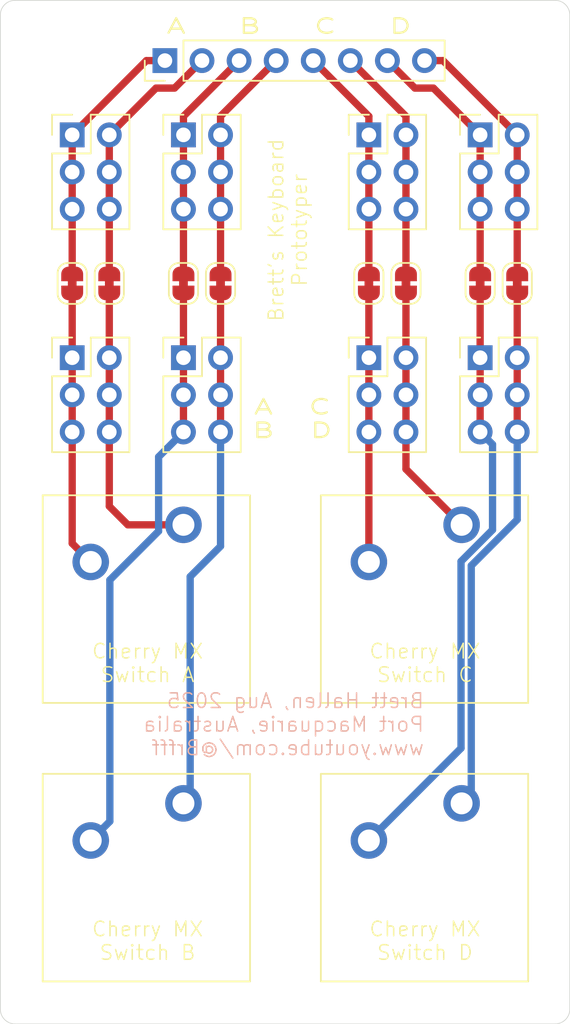
<source format=kicad_pcb>
(kicad_pcb (version 20241229) (generator "pcbnew") (generator_version "9.0")
  (title_block (title "Keyboard Prototyping Board") (date "6/Aug/2025") (rev "A") (company "Brett Hallen") (comment 1 "www.youtube.com/@Brfff"))
  (layers (0 "F.Cu" signal) (2 "B.Cu" signal) (13 "F.Paste" user) (15 "B.Paste" user) (5 "F.SilkS" user "F.Silkscreen") (7 "B.SilkS" user "B.Silkscreen") (1 "F.Mask" user) (3 "B.Mask" user) (25 "Edge.Cuts" user))
  (net 0 "")
  (net 1 "A1")
  (net 2 "Net-(J3-Pin_1)")
  (net 3 "A2")
  (net 4 "D2")
  (net 5 "C2")
  (net 6 "D1")
  (net 7 "C1")
  (net 8 "B1")
  (net 9 "B2")
  (net 10 "Net-(J18-Pin_2)")
  (net 11 "Net-(J18-Pin_1)")
  (net 12 "Net-(J3-Pin_2)")
  (net 13 "Net-(J6-Pin_1)")
  (net 14 "Net-(J6-Pin_2)")
  (net 15 "Net-(J8-Pin_2)")
  (net 16 "Net-(J8-Pin_1)")
  (footprint "Jumper:SolderJumper-2_P1.3mm_Bridged_RoundedPad1.0x1.5mm" (layer "F.Cu") (at 60.87 53.2 90)
    (property "Reference" "JP4" (hide yes))
    (property "Value" "SolderJumper_2_Open" (hide yes))
    (fp_poly (pts (xy 0.25 -0.3) (xy -0.25 -0.3) (xy -0.25 0.3) (xy 0.25 0.3)) (fill yes) (layer "F.Cu"))
    (fp_line (start -0.7 -1) (end 0.7 -1) (stroke (width 0.12)) (layer "F.SilkS"))
    (fp_line (start 1.4 -0.3) (end 1.4 0.3) (stroke (width 0.12)) (layer "F.SilkS"))
    (fp_line (start -1.4 0.3) (end -1.4 -0.3) (stroke (width 0.12)) (layer "F.SilkS"))
    (fp_line (start 0.7 1) (end -0.7 1) (stroke (width 0.12)) (layer "F.SilkS"))
    (fp_arc (start 0.7 -1) (mid 1.194975 -0.794975) (end 1.4 -0.3) (stroke (width 0.12)) (layer "F.SilkS"))
    (fp_arc (start -1.4 -0.3) (mid -1.194975 -0.794975) (end -0.7 -1) (stroke (width 0.12)) (layer "F.SilkS"))
    (fp_arc (start 1.4 0.3) (mid 1.194975 0.794975) (end 0.7 1) (stroke (width 0.12)) (layer "F.SilkS"))
    (fp_arc (start -0.7 1) (mid -1.194975 0.794975) (end -1.4 0.3) (stroke (width 0.12)) (layer "F.SilkS"))
    (pad "1" smd custom (at -0.65 0 90) (size 1 0.5) (layers "F.Cu" "F.Mask") (net 12 "Net-(J3-Pin_2)") (options (clearance outline) (anchor rect)) (primitives (gr_circle (center 0 0.25) (end 0.5 0.25) (width 0) (fill yes)) (gr_circle (center 0 -0.25) (end 0.5 -0.25) (width 0) (fill yes)) (gr_poly (pts (xy 0.5 0.75) (xy 0 0.75) (xy 0 -0.75) (xy 0.5 -0.75)) (width 0) (fill yes))))
    (pad "2" smd custom (at 0.65 0 90) (size 1 0.5) (layers "F.Cu" "F.Mask") (net 5 "C2") (options (clearance outline) (anchor rect)) (primitives (gr_circle (center 0 0.25) (end 0.5 0.25) (width 0) (fill yes)) (gr_circle (center 0 -0.25) (end 0.5 -0.25) (width 0) (fill yes)) (gr_poly (pts (xy 0 0.75) (xy -0.5 0.75) (xy -0.5 -0.75) (xy 0 -0.75)) (width 0) (fill yes))))
  )
  (footprint "Jumper:SolderJumper-2_P1.3mm_Bridged_RoundedPad1.0x1.5mm" (layer "F.Cu") (at 65.95 53.2 90)
    (property "Reference" "JP7" (hide yes))
    (property "Value" "SolderJumper_2_Open" (hide yes))
    (fp_poly (pts (xy 0.25 -0.3) (xy -0.25 -0.3) (xy -0.25 0.3) (xy 0.25 0.3)) (fill yes) (layer "F.Cu"))
    (fp_line (start -0.7 -1) (end 0.7 -1) (stroke (width 0.12)) (layer "F.SilkS"))
    (fp_line (start 1.4 -0.3) (end 1.4 0.3) (stroke (width 0.12)) (layer "F.SilkS"))
    (fp_line (start -1.4 0.3) (end -1.4 -0.3) (stroke (width 0.12)) (layer "F.SilkS"))
    (fp_line (start 0.7 1) (end -0.7 1) (stroke (width 0.12)) (layer "F.SilkS"))
    (fp_arc (start 0.7 -1) (mid 1.194975 -0.794975) (end 1.4 -0.3) (stroke (width 0.12)) (layer "F.SilkS"))
    (fp_arc (start -1.4 -0.3) (mid -1.194975 -0.794975) (end -0.7 -1) (stroke (width 0.12)) (layer "F.SilkS"))
    (fp_arc (start 1.4 0.3) (mid 1.194975 0.794975) (end 0.7 1) (stroke (width 0.12)) (layer "F.SilkS"))
    (fp_arc (start -0.7 1) (mid -1.194975 0.794975) (end -1.4 0.3) (stroke (width 0.12)) (layer "F.SilkS"))
    (pad "1" smd custom (at -0.65 0 90) (size 1 0.5) (layers "F.Cu" "F.Mask") (net 16 "Net-(J8-Pin_1)") (options (clearance outline) (anchor rect)) (primitives (gr_circle (center 0 0.25) (end 0.5 0.25) (width 0) (fill yes)) (gr_circle (center 0 -0.25) (end 0.5 -0.25) (width 0) (fill yes)) (gr_poly (pts (xy 0.5 0.75) (xy 0 0.75) (xy 0 -0.75) (xy 0.5 -0.75)) (width 0) (fill yes))))
    (pad "2" smd custom (at 0.65 0 90) (size 1 0.5) (layers "F.Cu" "F.Mask") (net 6 "D1") (options (clearance outline) (anchor rect)) (primitives (gr_circle (center 0 0.25) (end 0.5 0.25) (width 0) (fill yes)) (gr_circle (center 0 -0.25) (end 0.5 -0.25) (width 0) (fill yes)) (gr_poly (pts (xy 0 0.75) (xy -0.5 0.75) (xy -0.5 -0.75) (xy 0 -0.75)) (width 0) (fill yes))))
  )
  (footprint "Jumper:SolderJumper-2_P1.3mm_Bridged_RoundedPad1.0x1.5mm" (layer "F.Cu") (at 68.49 53.2 90)
    (property "Reference" "JP8" (hide yes))
    (property "Value" "SolderJumper_2_Open" (hide yes))
    (fp_poly (pts (xy 0.25 -0.3) (xy -0.25 -0.3) (xy -0.25 0.3) (xy 0.25 0.3)) (fill yes) (layer "F.Cu"))
    (fp_line (start -0.7 -1) (end 0.7 -1) (stroke (width 0.12)) (layer "F.SilkS"))
    (fp_line (start 1.4 -0.3) (end 1.4 0.3) (stroke (width 0.12)) (layer "F.SilkS"))
    (fp_line (start -1.4 0.3) (end -1.4 -0.3) (stroke (width 0.12)) (layer "F.SilkS"))
    (fp_line (start 0.7 1) (end -0.7 1) (stroke (width 0.12)) (layer "F.SilkS"))
    (fp_arc (start 0.7 -1) (mid 1.194975 -0.794975) (end 1.4 -0.3) (stroke (width 0.12)) (layer "F.SilkS"))
    (fp_arc (start -1.4 -0.3) (mid -1.194975 -0.794975) (end -0.7 -1) (stroke (width 0.12)) (layer "F.SilkS"))
    (fp_arc (start 1.4 0.3) (mid 1.194975 0.794975) (end 0.7 1) (stroke (width 0.12)) (layer "F.SilkS"))
    (fp_arc (start -0.7 1) (mid -1.194975 0.794975) (end -1.4 0.3) (stroke (width 0.12)) (layer "F.SilkS"))
    (pad "1" smd custom (at -0.65 0 90) (size 1 0.5) (layers "F.Cu" "F.Mask") (net 15 "Net-(J8-Pin_2)") (options (clearance outline) (anchor rect)) (primitives (gr_circle (center 0 0.25) (end 0.5 0.25) (width 0) (fill yes)) (gr_circle (center 0 -0.25) (end 0.5 -0.25) (width 0) (fill yes)) (gr_poly (pts (xy 0.5 0.75) (xy 0 0.75) (xy 0 -0.75) (xy 0.5 -0.75)) (width 0) (fill yes))))
    (pad "2" smd custom (at 0.65 0 90) (size 1 0.5) (layers "F.Cu" "F.Mask") (net 4 "D2") (options (clearance outline) (anchor rect)) (primitives (gr_circle (center 0 0.25) (end 0.5 0.25) (width 0) (fill yes)) (gr_circle (center 0 -0.25) (end 0.5 -0.25) (width 0) (fill yes)) (gr_poly (pts (xy 0 0.75) (xy -0.5 0.75) (xy -0.5 -0.75) (xy 0 -0.75)) (width 0) (fill yes))))
  )
  (footprint "PCM_Switch_Keyboard_Cherry_MX:SW_Cherry_MX_PCB_1.00u" (layer "F.Cu") (at 62.14 74.79)
    (property "Reference" "SW2" (hide yes))
    (property "Value" "C" (hide yes))
    (fp_line (start -7.1 -7.1) (end -7.1 7.1) (stroke (width 0.12)) (layer "F.SilkS"))
    (fp_line (start -7.1 7.1) (end 7.1 7.1) (stroke (width 0.12)) (layer "F.SilkS"))
    (fp_line (start 7.1 -7.1) (end -7.1 -7.1) (stroke (width 0.12)) (layer "F.SilkS"))
    (fp_line (start 7.1 7.1) (end 7.1 -7.1) (stroke (width 0.12)) (layer "F.SilkS"))
    (pad "" np_thru_hole circle (at -5.08 0) (size 1.75 1.75) (drill 1.75) (layers "*.Cu" "*.Mask"))
    (pad "" np_thru_hole circle (at 0 0) (size 4 4) (drill 4) (layers "*.Cu" "*.Mask"))
    (pad "" np_thru_hole circle (at 5.08 0) (size 1.75 1.75) (drill 1.75) (layers "*.Cu" "*.Mask"))
    (pad "1" thru_hole circle (at -3.81 -2.54) (size 2.5 2.5) (drill 1.5) (layers "*.Cu" "*.Mask") (net 2 "Net-(J3-Pin_1)"))
    (pad "2" thru_hole circle (at 2.54 -5.08) (size 2.5 2.5) (drill 1.5) (layers "*.Cu" "*.Mask") (net 12 "Net-(J3-Pin_2)"))
  )
  (footprint "PCM_Switch_Keyboard_Cherry_MX:SW_Cherry_MX_PCB_1.00u" (layer "F.Cu") (at 62.14 93.84)
    (property "Reference" "SW4" (hide yes))
    (property "Value" "D" (hide yes))
    (fp_line (start -7.1 -7.1) (end -7.1 7.1) (stroke (width 0.12)) (layer "F.SilkS"))
    (fp_line (start -7.1 7.1) (end 7.1 7.1) (stroke (width 0.12)) (layer "F.SilkS"))
    (fp_line (start 7.1 -7.1) (end -7.1 -7.1) (stroke (width 0.12)) (layer "F.SilkS"))
    (fp_line (start 7.1 7.1) (end 7.1 -7.1) (stroke (width 0.12)) (layer "F.SilkS"))
    (pad "" np_thru_hole circle (at -5.08 0) (size 1.75 1.75) (drill 1.75) (layers "*.Cu" "*.Mask"))
    (pad "" np_thru_hole circle (at 0 0) (size 4 4) (drill 4) (layers "*.Cu" "*.Mask"))
    (pad "" np_thru_hole circle (at 5.08 0) (size 1.75 1.75) (drill 1.75) (layers "*.Cu" "*.Mask"))
    (pad "1" thru_hole circle (at -3.81 -2.54) (size 2.5 2.5) (drill 1.5) (layers "*.Cu" "*.Mask") (net 16 "Net-(J8-Pin_1)"))
    (pad "2" thru_hole circle (at 2.54 -5.08) (size 2.5 2.5) (drill 1.5) (layers "*.Cu" "*.Mask") (net 15 "Net-(J8-Pin_2)"))
  )
  (footprint "Connector_PinHeader_2.54mm:PinHeader_2x03_P2.54mm_Vertical" (layer "F.Cu") (at 65.95 43.04)
    (property "Reference" "J7" (hide yes))
    (property "Value" "Conn_02x03_Odd_Even" (hide yes))
    (fp_line (start -1.38 -1.38) (end 0 -1.38) (stroke (width 0.12)) (layer "F.SilkS"))
    (fp_line (start -1.38 0) (end -1.38 -1.38) (stroke (width 0.12)) (layer "F.SilkS"))
    (fp_line (start -1.38 1.27) (end -1.38 6.46) (stroke (width 0.12)) (layer "F.SilkS"))
    (fp_line (start -1.38 1.27) (end 1.27 1.27) (stroke (width 0.12)) (layer "F.SilkS"))
    (fp_line (start -1.38 6.46) (end 3.92 6.46) (stroke (width 0.12)) (layer "F.SilkS"))
    (fp_line (start 1.27 -1.38) (end 3.92 -1.38) (stroke (width 0.12)) (layer "F.SilkS"))
    (fp_line (start 1.27 1.27) (end 1.27 -1.38) (stroke (width 0.12)) (layer "F.SilkS"))
    (fp_line (start 3.92 -1.38) (end 3.92 6.46) (stroke (width 0.12)) (layer "F.SilkS"))
    (pad "1" thru_hole rect (at 0 0) (size 1.7 1.7) (drill 1) (layers "*.Cu" "*.Mask") (net 6 "D1"))
    (pad "2" thru_hole circle (at 2.54 0) (size 1.7 1.7) (drill 1) (layers "*.Cu" "*.Mask") (net 4 "D2"))
    (pad "3" thru_hole circle (at 0 2.54) (size 1.7 1.7) (drill 1) (layers "*.Cu" "*.Mask") (net 6 "D1"))
    (pad "4" thru_hole circle (at 2.54 2.54) (size 1.7 1.7) (drill 1) (layers "*.Cu" "*.Mask") (net 4 "D2"))
    (pad "5" thru_hole circle (at 0 5.08) (size 1.7 1.7) (drill 1) (layers "*.Cu" "*.Mask") (net 6 "D1"))
    (pad "6" thru_hole circle (at 2.54 5.08) (size 1.7 1.7) (drill 1) (layers "*.Cu" "*.Mask") (net 4 "D2"))
  )
  (footprint "Jumper:SolderJumper-2_P1.3mm_Bridged_RoundedPad1.0x1.5mm" (layer "F.Cu") (at 45.63 53.2 90)
    (property "Reference" "JP5" (hide yes))
    (property "Value" "SolderJumper_2_Open" (hide yes))
    (fp_poly (pts (xy 0.25 -0.3) (xy -0.25 -0.3) (xy -0.25 0.3) (xy 0.25 0.3)) (fill yes) (layer "F.Cu"))
    (fp_line (start -0.7 -1) (end 0.7 -1) (stroke (width 0.12)) (layer "F.SilkS"))
    (fp_line (start 1.4 -0.3) (end 1.4 0.3) (stroke (width 0.12)) (layer "F.SilkS"))
    (fp_line (start -1.4 0.3) (end -1.4 -0.3) (stroke (width 0.12)) (layer "F.SilkS"))
    (fp_line (start 0.7 1) (end -0.7 1) (stroke (width 0.12)) (layer "F.SilkS"))
    (fp_arc (start 0.7 -1) (mid 1.194975 -0.794975) (end 1.4 -0.3) (stroke (width 0.12)) (layer "F.SilkS"))
    (fp_arc (start -1.4 -0.3) (mid -1.194975 -0.794975) (end -0.7 -1) (stroke (width 0.12)) (layer "F.SilkS"))
    (fp_arc (start 1.4 0.3) (mid 1.194975 0.794975) (end 0.7 1) (stroke (width 0.12)) (layer "F.SilkS"))
    (fp_arc (start -0.7 1) (mid -1.194975 0.794975) (end -1.4 0.3) (stroke (width 0.12)) (layer "F.SilkS"))
    (pad "1" smd custom (at -0.65 0 90) (size 1 0.5) (layers "F.Cu" "F.Mask") (net 13 "Net-(J6-Pin_1)") (options (clearance outline) (anchor rect)) (primitives (gr_circle (center 0 0.25) (end 0.5 0.25) (width 0) (fill yes)) (gr_circle (center 0 -0.25) (end 0.5 -0.25) (width 0) (fill yes)) (gr_poly (pts (xy 0.5 0.75) (xy 0 0.75) (xy 0 -0.75) (xy 0.5 -0.75)) (width 0) (fill yes))))
    (pad "2" smd custom (at 0.65 0 90) (size 1 0.5) (layers "F.Cu" "F.Mask") (net 8 "B1") (options (clearance outline) (anchor rect)) (primitives (gr_circle (center 0 0.25) (end 0.5 0.25) (width 0) (fill yes)) (gr_circle (center 0 -0.25) (end 0.5 -0.25) (width 0) (fill yes)) (gr_poly (pts (xy 0 0.75) (xy -0.5 0.75) (xy -0.5 -0.75) (xy 0 -0.75)) (width 0) (fill yes))))
  )
  (footprint "Connector_PinHeader_2.54mm:PinHeader_2x03_P2.54mm_Vertical" (layer "F.Cu") (at 65.95 58.28)
    (property "Reference" "J8" (hide yes))
    (property "Value" "Conn_02x03_Odd_Even" (hide yes))
    (fp_line (start -1.38 -1.38) (end 0 -1.38) (stroke (width 0.12)) (layer "F.SilkS"))
    (fp_line (start -1.38 0) (end -1.38 -1.38) (stroke (width 0.12)) (layer "F.SilkS"))
    (fp_line (start -1.38 1.27) (end -1.38 6.46) (stroke (width 0.12)) (layer "F.SilkS"))
    (fp_line (start -1.38 1.27) (end 1.27 1.27) (stroke (width 0.12)) (layer "F.SilkS"))
    (fp_line (start -1.38 6.46) (end 3.92 6.46) (stroke (width 0.12)) (layer "F.SilkS"))
    (fp_line (start 1.27 -1.38) (end 3.92 -1.38) (stroke (width 0.12)) (layer "F.SilkS"))
    (fp_line (start 1.27 1.27) (end 1.27 -1.38) (stroke (width 0.12)) (layer "F.SilkS"))
    (fp_line (start 3.92 -1.38) (end 3.92 6.46) (stroke (width 0.12)) (layer "F.SilkS"))
    (pad "1" thru_hole rect (at 0 0) (size 1.7 1.7) (drill 1) (layers "*.Cu" "*.Mask") (net 16 "Net-(J8-Pin_1)"))
    (pad "2" thru_hole circle (at 2.54 0) (size 1.7 1.7) (drill 1) (layers "*.Cu" "*.Mask") (net 15 "Net-(J8-Pin_2)"))
    (pad "3" thru_hole circle (at 0 2.54) (size 1.7 1.7) (drill 1) (layers "*.Cu" "*.Mask") (net 16 "Net-(J8-Pin_1)"))
    (pad "4" thru_hole circle (at 2.54 2.54) (size 1.7 1.7) (drill 1) (layers "*.Cu" "*.Mask") (net 15 "Net-(J8-Pin_2)"))
    (pad "5" thru_hole circle (at 0 5.08) (size 1.7 1.7) (drill 1) (layers "*.Cu" "*.Mask") (net 16 "Net-(J8-Pin_1)"))
    (pad "6" thru_hole circle (at 2.54 5.08) (size 1.7 1.7) (drill 1) (layers "*.Cu" "*.Mask") (net 15 "Net-(J8-Pin_2)"))
  )
  (footprint "Connector_PinHeader_2.54mm:PinHeader_2x03_P2.54mm_Vertical" (layer "F.Cu") (at 58.33 43.04)
    (property "Reference" "J2" (hide yes))
    (property "Value" "Conn_02x03_Odd_Even" (hide yes))
    (fp_line (start -1.38 -1.38) (end 0 -1.38) (stroke (width 0.12)) (layer "F.SilkS"))
    (fp_line (start -1.38 0) (end -1.38 -1.38) (stroke (width 0.12)) (layer "F.SilkS"))
    (fp_line (start -1.38 1.27) (end -1.38 6.46) (stroke (width 0.12)) (layer "F.SilkS"))
    (fp_line (start -1.38 1.27) (end 1.27 1.27) (stroke (width 0.12)) (layer "F.SilkS"))
    (fp_line (start -1.38 6.46) (end 3.92 6.46) (stroke (width 0.12)) (layer "F.SilkS"))
    (fp_line (start 1.27 -1.38) (end 3.92 -1.38) (stroke (width 0.12)) (layer "F.SilkS"))
    (fp_line (start 1.27 1.27) (end 1.27 -1.38) (stroke (width 0.12)) (layer "F.SilkS"))
    (fp_line (start 3.92 -1.38) (end 3.92 6.46) (stroke (width 0.12)) (layer "F.SilkS"))
    (pad "1" thru_hole rect (at 0 0) (size 1.7 1.7) (drill 1) (layers "*.Cu" "*.Mask") (net 7 "C1"))
    (pad "2" thru_hole circle (at 2.54 0) (size 1.7 1.7) (drill 1) (layers "*.Cu" "*.Mask") (net 5 "C2"))
    (pad "3" thru_hole circle (at 0 2.54) (size 1.7 1.7) (drill 1) (layers "*.Cu" "*.Mask") (net 7 "C1"))
    (pad "4" thru_hole circle (at 2.54 2.54) (size 1.7 1.7) (drill 1) (layers "*.Cu" "*.Mask") (net 5 "C2"))
    (pad "5" thru_hole circle (at 0 5.08) (size 1.7 1.7) (drill 1) (layers "*.Cu" "*.Mask") (net 7 "C1"))
    (pad "6" thru_hole circle (at 2.54 5.08) (size 1.7 1.7) (drill 1) (layers "*.Cu" "*.Mask") (net 5 "C2"))
  )
  (footprint "PCM_Switch_Keyboard_Cherry_MX:SW_Cherry_MX_PCB_1.00u" (layer "F.Cu") (at 43.09 93.84)
    (property "Reference" "SW3" (hide yes))
    (property "Value" "B" (hide yes))
    (fp_line (start -7.1 -7.1) (end -7.1 7.1) (stroke (width 0.12)) (layer "F.SilkS"))
    (fp_line (start -7.1 7.1) (end 7.1 7.1) (stroke (width 0.12)) (layer "F.SilkS"))
    (fp_line (start 7.1 -7.1) (end -7.1 -7.1) (stroke (width 0.12)) (layer "F.SilkS"))
    (fp_line (start 7.1 7.1) (end 7.1 -7.1) (stroke (width 0.12)) (layer "F.SilkS"))
    (pad "" np_thru_hole circle (at -5.08 0) (size 1.75 1.75) (drill 1.75) (layers "*.Cu" "*.Mask"))
    (pad "" np_thru_hole circle (at 0 0) (size 4 4) (drill 4) (layers "*.Cu" "*.Mask"))
    (pad "" np_thru_hole circle (at 5.08 0) (size 1.75 1.75) (drill 1.75) (layers "*.Cu" "*.Mask"))
    (pad "1" thru_hole circle (at -3.81 -2.54) (size 2.5 2.5) (drill 1.5) (layers "*.Cu" "*.Mask") (net 13 "Net-(J6-Pin_1)"))
    (pad "2" thru_hole circle (at 2.54 -5.08) (size 2.5 2.5) (drill 1.5) (layers "*.Cu" "*.Mask") (net 14 "Net-(J6-Pin_2)"))
  )
  (footprint "Connector_PinHeader_2.54mm:PinHeader_2x03_P2.54mm_Vertical" (layer "F.Cu") (at 45.63 43.04)
    (property "Reference" "J4" (hide yes))
    (property "Value" "Conn_02x03_Odd_Even" (hide yes))
    (fp_line (start -1.38 -1.38) (end 0 -1.38) (stroke (width 0.12)) (layer "F.SilkS"))
    (fp_line (start -1.38 0) (end -1.38 -1.38) (stroke (width 0.12)) (layer "F.SilkS"))
    (fp_line (start -1.38 1.27) (end -1.38 6.46) (stroke (width 0.12)) (layer "F.SilkS"))
    (fp_line (start -1.38 1.27) (end 1.27 1.27) (stroke (width 0.12)) (layer "F.SilkS"))
    (fp_line (start -1.38 6.46) (end 3.92 6.46) (stroke (width 0.12)) (layer "F.SilkS"))
    (fp_line (start 1.27 -1.38) (end 3.92 -1.38) (stroke (width 0.12)) (layer "F.SilkS"))
    (fp_line (start 1.27 1.27) (end 1.27 -1.38) (stroke (width 0.12)) (layer "F.SilkS"))
    (fp_line (start 3.92 -1.38) (end 3.92 6.46) (stroke (width 0.12)) (layer "F.SilkS"))
    (pad "1" thru_hole rect (at 0 0) (size 1.7 1.7) (drill 1) (layers "*.Cu" "*.Mask") (net 8 "B1"))
    (pad "2" thru_hole circle (at 2.54 0) (size 1.7 1.7) (drill 1) (layers "*.Cu" "*.Mask") (net 9 "B2"))
    (pad "3" thru_hole circle (at 0 2.54) (size 1.7 1.7) (drill 1) (layers "*.Cu" "*.Mask") (net 8 "B1"))
    (pad "4" thru_hole circle (at 2.54 2.54) (size 1.7 1.7) (drill 1) (layers "*.Cu" "*.Mask") (net 9 "B2"))
    (pad "5" thru_hole circle (at 0 5.08) (size 1.7 1.7) (drill 1) (layers "*.Cu" "*.Mask") (net 8 "B1"))
    (pad "6" thru_hole circle (at 2.54 5.08) (size 1.7 1.7) (drill 1) (layers "*.Cu" "*.Mask") (net 9 "B2"))
  )
  (footprint "Connector_PinHeader_2.54mm:PinHeader_2x03_P2.54mm_Vertical" (layer "F.Cu") (at 38.01 43.04)
    (property "Reference" "J1" (hide yes))
    (property "Value" "Conn_02x03_Odd_Even" (hide yes))
    (fp_line (start -1.38 -1.38) (end 0 -1.38) (stroke (width 0.12)) (layer "F.SilkS"))
    (fp_line (start -1.38 0) (end -1.38 -1.38) (stroke (width 0.12)) (layer "F.SilkS"))
    (fp_line (start -1.38 1.27) (end -1.38 6.46) (stroke (width 0.12)) (layer "F.SilkS"))
    (fp_line (start -1.38 1.27) (end 1.27 1.27) (stroke (width 0.12)) (layer "F.SilkS"))
    (fp_line (start -1.38 6.46) (end 3.92 6.46) (stroke (width 0.12)) (layer "F.SilkS"))
    (fp_line (start 1.27 -1.38) (end 3.92 -1.38) (stroke (width 0.12)) (layer "F.SilkS"))
    (fp_line (start 1.27 1.27) (end 1.27 -1.38) (stroke (width 0.12)) (layer "F.SilkS"))
    (fp_line (start 3.92 -1.38) (end 3.92 6.46) (stroke (width 0.12)) (layer "F.SilkS"))
    (pad "1" thru_hole rect (at 0 0) (size 1.7 1.7) (drill 1) (layers "*.Cu" "*.Mask") (net 1 "A1"))
    (pad "2" thru_hole circle (at 2.54 0) (size 1.7 1.7) (drill 1) (layers "*.Cu" "*.Mask") (net 3 "A2"))
    (pad "3" thru_hole circle (at 0 2.54) (size 1.7 1.7) (drill 1) (layers "*.Cu" "*.Mask") (net 1 "A1"))
    (pad "4" thru_hole circle (at 2.54 2.54) (size 1.7 1.7) (drill 1) (layers "*.Cu" "*.Mask") (net 3 "A2"))
    (pad "5" thru_hole circle (at 0 5.08) (size 1.7 1.7) (drill 1) (layers "*.Cu" "*.Mask") (net 1 "A1"))
    (pad "6" thru_hole circle (at 2.54 5.08) (size 1.7 1.7) (drill 1) (layers "*.Cu" "*.Mask") (net 3 "A2"))
  )
  (footprint "Connector_PinHeader_2.54mm:PinHeader_1x08_P2.54mm_Vertical" (layer "F.Cu") (at 44.36 37.96 90)
    (property "Reference" "J5" (hide yes))
    (property "Value" "Conn_01x08" (hide yes))
    (fp_line (start -1.38 -1.38) (end 0 -1.38) (stroke (width 0.12)) (layer "F.SilkS"))
    (fp_line (start -1.38 0) (end -1.38 -1.38) (stroke (width 0.12)) (layer "F.SilkS"))
    (fp_line (start 1.38 1.27) (end 1.38 19.16) (stroke (width 0.12)) (layer "F.SilkS"))
    (fp_line (start -1.38 1.27) (end 1.38 1.27) (stroke (width 0.12)) (layer "F.SilkS"))
    (fp_line (start -1.38 1.27) (end -1.38 19.16) (stroke (width 0.12)) (layer "F.SilkS"))
    (fp_line (start -1.38 19.16) (end 1.38 19.16) (stroke (width 0.12)) (layer "F.SilkS"))
    (pad "1" thru_hole rect (at 0 0 90) (size 1.7 1.7) (drill 1) (layers "*.Cu" "*.Mask") (net 1 "A1"))
    (pad "2" thru_hole circle (at 0 2.54 90) (size 1.7 1.7) (drill 1) (layers "*.Cu" "*.Mask") (net 3 "A2"))
    (pad "3" thru_hole circle (at 0 5.08 90) (size 1.7 1.7) (drill 1) (layers "*.Cu" "*.Mask") (net 8 "B1"))
    (pad "4" thru_hole circle (at 0 7.62 90) (size 1.7 1.7) (drill 1) (layers "*.Cu" "*.Mask") (net 9 "B2"))
    (pad "5" thru_hole circle (at 0 10.16 90) (size 1.7 1.7) (drill 1) (layers "*.Cu" "*.Mask") (net 7 "C1"))
    (pad "6" thru_hole circle (at 0 12.7 90) (size 1.7 1.7) (drill 1) (layers "*.Cu" "*.Mask") (net 5 "C2"))
    (pad "7" thru_hole circle (at 0 15.24 90) (size 1.7 1.7) (drill 1) (layers "*.Cu" "*.Mask") (net 6 "D1"))
    (pad "8" thru_hole circle (at 0 17.78 90) (size 1.7 1.7) (drill 1) (layers "*.Cu" "*.Mask") (net 4 "D2"))
  )
  (footprint "Connector_PinHeader_2.54mm:PinHeader_2x03_P2.54mm_Vertical" (layer "F.Cu") (at 45.63 58.28)
    (property "Reference" "J6" (hide yes))
    (property "Value" "Conn_02x03_Odd_Even" (hide yes))
    (fp_line (start -1.38 -1.38) (end 0 -1.38) (stroke (width 0.12)) (layer "F.SilkS"))
    (fp_line (start -1.38 0) (end -1.38 -1.38) (stroke (width 0.12)) (layer "F.SilkS"))
    (fp_line (start -1.38 1.27) (end -1.38 6.46) (stroke (width 0.12)) (layer "F.SilkS"))
    (fp_line (start -1.38 1.27) (end 1.27 1.27) (stroke (width 0.12)) (layer "F.SilkS"))
    (fp_line (start -1.38 6.46) (end 3.92 6.46) (stroke (width 0.12)) (layer "F.SilkS"))
    (fp_line (start 1.27 -1.38) (end 3.92 -1.38) (stroke (width 0.12)) (layer "F.SilkS"))
    (fp_line (start 1.27 1.27) (end 1.27 -1.38) (stroke (width 0.12)) (layer "F.SilkS"))
    (fp_line (start 3.92 -1.38) (end 3.92 6.46) (stroke (width 0.12)) (layer "F.SilkS"))
    (pad "1" thru_hole rect (at 0 0) (size 1.7 1.7) (drill 1) (layers "*.Cu" "*.Mask") (net 13 "Net-(J6-Pin_1)"))
    (pad "2" thru_hole circle (at 2.54 0) (size 1.7 1.7) (drill 1) (layers "*.Cu" "*.Mask") (net 14 "Net-(J6-Pin_2)"))
    (pad "3" thru_hole circle (at 0 2.54) (size 1.7 1.7) (drill 1) (layers "*.Cu" "*.Mask") (net 13 "Net-(J6-Pin_1)"))
    (pad "4" thru_hole circle (at 2.54 2.54) (size 1.7 1.7) (drill 1) (layers "*.Cu" "*.Mask") (net 14 "Net-(J6-Pin_2)"))
    (pad "5" thru_hole circle (at 0 5.08) (size 1.7 1.7) (drill 1) (layers "*.Cu" "*.Mask") (net 13 "Net-(J6-Pin_1)"))
    (pad "6" thru_hole circle (at 2.54 5.08) (size 1.7 1.7) (drill 1) (layers "*.Cu" "*.Mask") (net 14 "Net-(J6-Pin_2)"))
  )
  (footprint "Jumper:SolderJumper-2_P1.3mm_Bridged_RoundedPad1.0x1.5mm" (layer "F.Cu") (at 40.55 53.2 90)
    (property "Reference" "JP2" (hide yes))
    (property "Value" "SolderJumper_2_Open" (hide yes))
    (fp_poly (pts (xy 0.25 -0.3) (xy -0.25 -0.3) (xy -0.25 0.3) (xy 0.25 0.3)) (fill yes) (layer "F.Cu"))
    (fp_line (start -0.7 -1) (end 0.7 -1) (stroke (width 0.12)) (layer "F.SilkS"))
    (fp_line (start 1.4 -0.3) (end 1.4 0.3) (stroke (width 0.12)) (layer "F.SilkS"))
    (fp_line (start -1.4 0.3) (end -1.4 -0.3) (stroke (width 0.12)) (layer "F.SilkS"))
    (fp_line (start 0.7 1) (end -0.7 1) (stroke (width 0.12)) (layer "F.SilkS"))
    (fp_arc (start 0.7 -1) (mid 1.194975 -0.794975) (end 1.4 -0.3) (stroke (width 0.12)) (layer "F.SilkS"))
    (fp_arc (start -1.4 -0.3) (mid -1.194975 -0.794975) (end -0.7 -1) (stroke (width 0.12)) (layer "F.SilkS"))
    (fp_arc (start 1.4 0.3) (mid 1.194975 0.794975) (end 0.7 1) (stroke (width 0.12)) (layer "F.SilkS"))
    (fp_arc (start -0.7 1) (mid -1.194975 0.794975) (end -1.4 0.3) (stroke (width 0.12)) (layer "F.SilkS"))
    (pad "1" smd custom (at -0.65 0 90) (size 1 0.5) (layers "F.Cu" "F.Mask") (net 10 "Net-(J18-Pin_2)") (options (clearance outline) (anchor rect)) (primitives (gr_circle (center 0 0.25) (end 0.5 0.25) (width 0) (fill yes)) (gr_circle (center 0 -0.25) (end 0.5 -0.25) (width 0) (fill yes)) (gr_poly (pts (xy 0.5 0.75) (xy 0 0.75) (xy 0 -0.75) (xy 0.5 -0.75)) (width 0) (fill yes))))
    (pad "2" smd custom (at 0.65 0 90) (size 1 0.5) (layers "F.Cu" "F.Mask") (net 3 "A2") (options (clearance outline) (anchor rect)) (primitives (gr_circle (center 0 0.25) (end 0.5 0.25) (width 0) (fill yes)) (gr_circle (center 0 -0.25) (end 0.5 -0.25) (width 0) (fill yes)) (gr_poly (pts (xy 0 0.75) (xy -0.5 0.75) (xy -0.5 -0.75) (xy 0 -0.75)) (width 0) (fill yes))))
  )
  (footprint "Connector_PinHeader_2.54mm:PinHeader_2x03_P2.54mm_Vertical" (layer "F.Cu") (at 38.01 58.28)
    (property "Reference" "J18" (hide yes))
    (property "Value" "Conn_02x03_Odd_Even" (hide yes))
    (fp_line (start -1.38 -1.38) (end 0 -1.38) (stroke (width 0.12)) (layer "F.SilkS"))
    (fp_line (start -1.38 0) (end -1.38 -1.38) (stroke (width 0.12)) (layer "F.SilkS"))
    (fp_line (start -1.38 1.27) (end -1.38 6.46) (stroke (width 0.12)) (layer "F.SilkS"))
    (fp_line (start -1.38 1.27) (end 1.27 1.27) (stroke (width 0.12)) (layer "F.SilkS"))
    (fp_line (start -1.38 6.46) (end 3.92 6.46) (stroke (width 0.12)) (layer "F.SilkS"))
    (fp_line (start 1.27 -1.38) (end 3.92 -1.38) (stroke (width 0.12)) (layer "F.SilkS"))
    (fp_line (start 1.27 1.27) (end 1.27 -1.38) (stroke (width 0.12)) (layer "F.SilkS"))
    (fp_line (start 3.92 -1.38) (end 3.92 6.46) (stroke (width 0.12)) (layer "F.SilkS"))
    (pad "1" thru_hole rect (at 0 0) (size 1.7 1.7) (drill 1) (layers "*.Cu" "*.Mask") (net 11 "Net-(J18-Pin_1)"))
    (pad "2" thru_hole circle (at 2.54 0) (size 1.7 1.7) (drill 1) (layers "*.Cu" "*.Mask") (net 10 "Net-(J18-Pin_2)"))
    (pad "3" thru_hole circle (at 0 2.54) (size 1.7 1.7) (drill 1) (layers "*.Cu" "*.Mask") (net 11 "Net-(J18-Pin_1)"))
    (pad "4" thru_hole circle (at 2.54 2.54) (size 1.7 1.7) (drill 1) (layers "*.Cu" "*.Mask") (net 10 "Net-(J18-Pin_2)"))
    (pad "5" thru_hole circle (at 0 5.08) (size 1.7 1.7) (drill 1) (layers "*.Cu" "*.Mask") (net 11 "Net-(J18-Pin_1)"))
    (pad "6" thru_hole circle (at 2.54 5.08) (size 1.7 1.7) (drill 1) (layers "*.Cu" "*.Mask") (net 10 "Net-(J18-Pin_2)"))
  )
  (footprint "Jumper:SolderJumper-2_P1.3mm_Bridged_RoundedPad1.0x1.5mm" (layer "F.Cu") (at 48.17 53.2 90)
    (property "Reference" "JP6" (hide yes))
    (property "Value" "SolderJumper_2_Open" (hide yes))
    (fp_poly (pts (xy 0.25 -0.3) (xy -0.25 -0.3) (xy -0.25 0.3) (xy 0.25 0.3)) (fill yes) (layer "F.Cu"))
    (fp_line (start -0.7 -1) (end 0.7 -1) (stroke (width 0.12)) (layer "F.SilkS"))
    (fp_line (start 1.4 -0.3) (end 1.4 0.3) (stroke (width 0.12)) (layer "F.SilkS"))
    (fp_line (start -1.4 0.3) (end -1.4 -0.3) (stroke (width 0.12)) (layer "F.SilkS"))
    (fp_line (start 0.7 1) (end -0.7 1) (stroke (width 0.12)) (layer "F.SilkS"))
    (fp_arc (start 0.7 -1) (mid 1.194975 -0.794975) (end 1.4 -0.3) (stroke (width 0.12)) (layer "F.SilkS"))
    (fp_arc (start -1.4 -0.3) (mid -1.194975 -0.794975) (end -0.7 -1) (stroke (width 0.12)) (layer "F.SilkS"))
    (fp_arc (start 1.4 0.3) (mid 1.194975 0.794975) (end 0.7 1) (stroke (width 0.12)) (layer "F.SilkS"))
    (fp_arc (start -0.7 1) (mid -1.194975 0.794975) (end -1.4 0.3) (stroke (width 0.12)) (layer "F.SilkS"))
    (pad "1" smd custom (at -0.65 0 90) (size 1 0.5) (layers "F.Cu" "F.Mask") (net 14 "Net-(J6-Pin_2)") (options (clearance outline) (anchor rect)) (primitives (gr_circle (center 0 0.25) (end 0.5 0.25) (width 0) (fill yes)) (gr_circle (center 0 -0.25) (end 0.5 -0.25) (width 0) (fill yes)) (gr_poly (pts (xy 0.5 0.75) (xy 0 0.75) (xy 0 -0.75) (xy 0.5 -0.75)) (width 0) (fill yes))))
    (pad "2" smd custom (at 0.65 0 90) (size 1 0.5) (layers "F.Cu" "F.Mask") (net 9 "B2") (options (clearance outline) (anchor rect)) (primitives (gr_circle (center 0 0.25) (end 0.5 0.25) (width 0) (fill yes)) (gr_circle (center 0 -0.25) (end 0.5 -0.25) (width 0) (fill yes)) (gr_poly (pts (xy 0 0.75) (xy -0.5 0.75) (xy -0.5 -0.75) (xy 0 -0.75)) (width 0) (fill yes))))
  )
  (footprint "Connector_PinHeader_2.54mm:PinHeader_2x03_P2.54mm_Vertical" (layer "F.Cu") (at 58.33 58.28)
    (property "Reference" "J3" (hide yes))
    (property "Value" "Conn_02x03_Odd_Even" (hide yes))
    (fp_line (start -1.38 -1.38) (end 0 -1.38) (stroke (width 0.12)) (layer "F.SilkS"))
    (fp_line (start -1.38 0) (end -1.38 -1.38) (stroke (width 0.12)) (layer "F.SilkS"))
    (fp_line (start -1.38 1.27) (end -1.38 6.46) (stroke (width 0.12)) (layer "F.SilkS"))
    (fp_line (start -1.38 1.27) (end 1.27 1.27) (stroke (width 0.12)) (layer "F.SilkS"))
    (fp_line (start -1.38 6.46) (end 3.92 6.46) (stroke (width 0.12)) (layer "F.SilkS"))
    (fp_line (start 1.27 -1.38) (end 3.92 -1.38) (stroke (width 0.12)) (layer "F.SilkS"))
    (fp_line (start 1.27 1.27) (end 1.27 -1.38) (stroke (width 0.12)) (layer "F.SilkS"))
    (fp_line (start 3.92 -1.38) (end 3.92 6.46) (stroke (width 0.12)) (layer "F.SilkS"))
    (pad "1" thru_hole rect (at 0 0) (size 1.7 1.7) (drill 1) (layers "*.Cu" "*.Mask") (net 2 "Net-(J3-Pin_1)"))
    (pad "2" thru_hole circle (at 2.54 0) (size 1.7 1.7) (drill 1) (layers "*.Cu" "*.Mask") (net 12 "Net-(J3-Pin_2)"))
    (pad "3" thru_hole circle (at 0 2.54) (size 1.7 1.7) (drill 1) (layers "*.Cu" "*.Mask") (net 2 "Net-(J3-Pin_1)"))
    (pad "4" thru_hole circle (at 2.54 2.54) (size 1.7 1.7) (drill 1) (layers "*.Cu" "*.Mask") (net 12 "Net-(J3-Pin_2)"))
    (pad "5" thru_hole circle (at 0 5.08) (size 1.7 1.7) (drill 1) (layers "*.Cu" "*.Mask") (net 2 "Net-(J3-Pin_1)"))
    (pad "6" thru_hole circle (at 2.54 5.08) (size 1.7 1.7) (drill 1) (layers "*.Cu" "*.Mask") (net 12 "Net-(J3-Pin_2)"))
  )
  (footprint "PCM_Switch_Keyboard_Cherry_MX:SW_Cherry_MX_PCB_1.00u" (layer "F.Cu") (at 43.09 74.79)
    (property "Reference" "SW1" (hide yes))
    (property "Value" "A" (hide yes))
    (fp_line (start -7.1 -7.1) (end -7.1 7.1) (stroke (width 0.12)) (layer "F.SilkS"))
    (fp_line (start -7.1 7.1) (end 7.1 7.1) (stroke (width 0.12)) (layer "F.SilkS"))
    (fp_line (start 7.1 -7.1) (end -7.1 -7.1) (stroke (width 0.12)) (layer "F.SilkS"))
    (fp_line (start 7.1 7.1) (end 7.1 -7.1) (stroke (width 0.12)) (layer "F.SilkS"))
    (pad "" np_thru_hole circle (at -5.08 0) (size 1.75 1.75) (drill 1.75) (layers "*.Cu" "*.Mask"))
    (pad "" np_thru_hole circle (at 0 0) (size 4 4) (drill 4) (layers "*.Cu" "*.Mask"))
    (pad "" np_thru_hole circle (at 5.08 0) (size 1.75 1.75) (drill 1.75) (layers "*.Cu" "*.Mask"))
    (pad "1" thru_hole circle (at -3.81 -2.54) (size 2.5 2.5) (drill 1.5) (layers "*.Cu" "*.Mask") (net 11 "Net-(J18-Pin_1)"))
    (pad "2" thru_hole circle (at 2.54 -5.08) (size 2.5 2.5) (drill 1.5) (layers "*.Cu" "*.Mask") (net 10 "Net-(J18-Pin_2)"))
  )
  (footprint "Jumper:SolderJumper-2_P1.3mm_Bridged_RoundedPad1.0x1.5mm" (layer "F.Cu") (at 58.33 53.2 90)
    (property "Reference" "JP3" (hide yes))
    (property "Value" "SolderJumper_2_Open" (hide yes))
    (fp_poly (pts (xy 0.25 -0.3) (xy -0.25 -0.3) (xy -0.25 0.3) (xy 0.25 0.3)) (fill yes) (layer "F.Cu"))
    (fp_line (start -0.7 -1) (end 0.7 -1) (stroke (width 0.12)) (layer "F.SilkS"))
    (fp_line (start 1.4 -0.3) (end 1.4 0.3) (stroke (width 0.12)) (layer "F.SilkS"))
    (fp_line (start -1.4 0.3) (end -1.4 -0.3) (stroke (width 0.12)) (layer "F.SilkS"))
    (fp_line (start 0.7 1) (end -0.7 1) (stroke (width 0.12)) (layer "F.SilkS"))
    (fp_arc (start 0.7 -1) (mid 1.194975 -0.794975) (end 1.4 -0.3) (stroke (width 0.12)) (layer "F.SilkS"))
    (fp_arc (start -1.4 -0.3) (mid -1.194975 -0.794975) (end -0.7 -1) (stroke (width 0.12)) (layer "F.SilkS"))
    (fp_arc (start 1.4 0.3) (mid 1.194975 0.794975) (end 0.7 1) (stroke (width 0.12)) (layer "F.SilkS"))
    (fp_arc (start -0.7 1) (mid -1.194975 0.794975) (end -1.4 0.3) (stroke (width 0.12)) (layer "F.SilkS"))
    (pad "1" smd custom (at -0.65 0 90) (size 1 0.5) (layers "F.Cu" "F.Mask") (net 2 "Net-(J3-Pin_1)") (options (clearance outline) (anchor rect)) (primitives (gr_circle (center 0 0.25) (end 0.5 0.25) (width 0) (fill yes)) (gr_circle (center 0 -0.25) (end 0.5 -0.25) (width 0) (fill yes)) (gr_poly (pts (xy 0.5 0.75) (xy 0 0.75) (xy 0 -0.75) (xy 0.5 -0.75)) (width 0) (fill yes))))
    (pad "2" smd custom (at 0.65 0 90) (size 1 0.5) (layers "F.Cu" "F.Mask") (net 7 "C1") (options (clearance outline) (anchor rect)) (primitives (gr_circle (center 0 0.25) (end 0.5 0.25) (width 0) (fill yes)) (gr_circle (center 0 -0.25) (end 0.5 -0.25) (width 0) (fill yes)) (gr_poly (pts (xy 0 0.75) (xy -0.5 0.75) (xy -0.5 -0.75) (xy 0 -0.75)) (width 0) (fill yes))))
  )
  (footprint "Jumper:SolderJumper-2_P1.3mm_Bridged_RoundedPad1.0x1.5mm" (layer "F.Cu") (at 38.01 53.2 90)
    (property "Reference" "JP1" (hide yes))
    (property "Value" "SolderJumper_2_Open" (hide yes))
    (fp_poly (pts (xy 0.25 -0.3) (xy -0.25 -0.3) (xy -0.25 0.3) (xy 0.25 0.3)) (fill yes) (layer "F.Cu"))
    (fp_line (start -0.7 -1) (end 0.7 -1) (stroke (width 0.12)) (layer "F.SilkS"))
    (fp_line (start 1.4 -0.3) (end 1.4 0.3) (stroke (width 0.12)) (layer "F.SilkS"))
    (fp_line (start -1.4 0.3) (end -1.4 -0.3) (stroke (width 0.12)) (layer "F.SilkS"))
    (fp_line (start 0.7 1) (end -0.7 1) (stroke (width 0.12)) (layer "F.SilkS"))
    (fp_arc (start 0.7 -1) (mid 1.194975 -0.794975) (end 1.4 -0.3) (stroke (width 0.12)) (layer "F.SilkS"))
    (fp_arc (start -1.4 -0.3) (mid -1.194975 -0.794975) (end -0.7 -1) (stroke (width 0.12)) (layer "F.SilkS"))
    (fp_arc (start 1.4 0.3) (mid 1.194975 0.794975) (end 0.7 1) (stroke (width 0.12)) (layer "F.SilkS"))
    (fp_arc (start -0.7 1) (mid -1.194975 0.794975) (end -1.4 0.3) (stroke (width 0.12)) (layer "F.SilkS"))
    (pad "1" smd custom (at -0.65 0 90) (size 1 0.5) (layers "F.Cu" "F.Mask") (net 11 "Net-(J18-Pin_1)") (options (clearance outline) (anchor rect)) (primitives (gr_circle (center 0 0.25) (end 0.5 0.25) (width 0) (fill yes)) (gr_circle (center 0 -0.25) (end 0.5 -0.25) (width 0) (fill yes)) (gr_poly (pts (xy 0.5 0.75) (xy 0 0.75) (xy 0 -0.75) (xy 0.5 -0.75)) (width 0) (fill yes))))
    (pad "2" smd custom (at 0.65 0 90) (size 1 0.5) (layers "F.Cu" "F.Mask") (net 1 "A1") (options (clearance outline) (anchor rect)) (primitives (gr_circle (center 0 0.25) (end 0.5 0.25) (width 0) (fill yes)) (gr_circle (center 0 -0.25) (end 0.5 -0.25) (width 0) (fill yes)) (gr_poly (pts (xy 0 0.75) (xy -0.5 0.75) (xy -0.5 -0.75) (xy 0 -0.75)) (width 0) (fill yes))))
  )
  (gr_arc (start 71.09 33.84) (mid 71.797107 34.132893) (end 72.09 34.84) (stroke (width 0.05)) (layer "Edge.Cuts"))
  (gr_line (start 71.09 103.84) (end 34.09 103.84) (stroke (width 0.05)) (layer "Edge.Cuts"))
  (gr_arc (start 34.09 103.84) (mid 33.382893 103.547107) (end 33.09 102.84) (stroke (width 0.05)) (layer "Edge.Cuts"))
  (gr_line (start 33.09 102.84) (end 33.09 34.84) (stroke (width 0.05)) (layer "Edge.Cuts"))
  (gr_arc (start 33.09 34.84) (mid 33.382893 34.132893) (end 34.09 33.84) (stroke (width 0.05)) (layer "Edge.Cuts"))
  (gr_line (start 34.09 33.84) (end 71.09 33.84) (stroke (width 0.05)) (layer "Edge.Cuts"))
  (gr_arc (start 72.09 102.84) (mid 71.797107 103.547107) (end 71.09 103.84) (stroke (width 0.05)) (layer "Edge.Cuts"))
  (gr_line (start 72.09 34.84) (end 72.09 102.84) (stroke (width 0.05)) (layer "Edge.Cuts"))
  (gr_text "Cherry MX\nSwitch D" (at 62.17 99.55 0) (layer "F.SilkS") (effects (font (size 1 1) (thickness 0.1)) (justify bottom)))
  (gr_text "Cherry MX\nSwitch B" (at 43.17 99.55 0) (layer "F.SilkS") (effects (font (size 1 1) (thickness 0.1)) (justify bottom)))
  (gr_text "Cherry MX\nSwitch C" (at 62.17 80.55 0) (layer "F.SilkS") (effects (font (size 1 1) (thickness 0.1)) (justify bottom)))
  (gr_text "Brett's Keyboard\nPrototyper" (at 54.17 49.55 90) (layer "F.SilkS") (effects (font (size 1 1) (thickness 0.1)) (justify bottom)))
  (gr_text "Cherry MX\nSwitch A" (at 43.17 80.55 0) (layer "F.SilkS") (effects (font (size 1 1) (thickness 0.1)) (justify bottom)))
  (gr_text "A  C\nB  D" (at 53.09 63.84 0) (layer "F.SilkS") (effects (font (size 1 1.57)) (justify bottom)))
  (gr_text "A   B   C   D" (at 44.36 36.19 0) (layer "F.SilkS") (effects (font (size 1 1.57)) (justify left bottom)))
  (gr_text "Brett Hallen, Aug 2025\nPort Macquarie, Australia\nwww.youtube.com/@Brfff" (at 62.17 85.55 0) (layer "B.SilkS") (effects (font (size 1 1) (thickness 0.1)) (justify left bottom mirror)))
  (segment (start 43.09 37.96) (end 38.01 43.04) (width 0.5) (layer "F.Cu") (net 1))
  (segment (start 38.01 43.04) (end 38.01 52.55) (width 0.5) (layer "F.Cu") (net 1))
  (segment (start 44.36 37.96) (end 43.09 37.96) (width 0.5) (layer "F.Cu") (net 1))
  (segment (start 58.33 72.25) (end 58.33 63.36) (width 0.5) (layer "F.Cu") (net 2))
  (segment (start 58.33 53.85) (end 58.33 63.36) (width 0.5) (layer "F.Cu") (net 2))
  (segment (start 40.55 43.04) (end 40.55 52.55) (width 0.5) (layer "F.Cu") (net 3))
  (segment (start 43.75 39.84) (end 45.02 39.84) (width 0.5) (layer "F.Cu") (net 3))
  (segment (start 40.55 43.04) (end 43.75 39.84) (width 0.5) (layer "F.Cu") (net 3))
  (segment (start 45.02 39.84) (end 46.9 37.96) (width 0.5) (layer "F.Cu") (net 3))
  (segment (start 62.14 37.96) (end 63.41 37.96) (width 0.5) (layer "F.Cu") (net 4))
  (segment (start 63.41 37.96) (end 68.49 43.04) (width 0.5) (layer "F.Cu") (net 4))
  (segment (start 68.49 43.04) (end 68.49 52.55) (width 0.5) (layer "F.Cu") (net 4))
  (segment (start 60.87 41.77) (end 60.87 43.04) (width 0.5) (layer "F.Cu") (net 5))
  (segment (start 57.06 37.96) (end 60.87 41.77) (width 0.5) (layer "F.Cu") (net 5))
  (segment (start 60.87 43.04) (end 60.87 52.55) (width 0.5) (layer "F.Cu") (net 5))
  (segment (start 61.48 39.84) (end 62.75 39.84) (width 0.5) (layer "F.Cu") (net 6))
  (segment (start 62.75 39.84) (end 65.95 43.04) (width 0.5) (layer "F.Cu") (net 6))
  (segment (start 65.95 43.04) (end 65.95 52.55) (width 0.5) (layer "F.Cu") (net 6))
  (segment (start 59.6 37.96) (end 61.48 39.84) (width 0.5) (layer "F.Cu") (net 6))
  (segment (start 58.33 43.04) (end 58.33 52.55) (width 0.5) (layer "F.Cu") (net 7))
  (segment (start 58.33 43.04) (end 58.33 41.77) (width 0.5) (layer "F.Cu") (net 7))
  (segment (start 58.33 41.77) (end 54.52 37.96) (width 0.5) (layer "F.Cu") (net 7))
  (segment (start 45.63 41.77) (end 49.44 37.96) (width 0.5) (layer "F.Cu") (net 8))
  (segment (start 45.63 43.04) (end 45.63 41.77) (width 0.5) (layer "F.Cu") (net 8))
  (segment (start 45.63 43.04) (end 45.63 52.55) (width 0.5) (layer "F.Cu") (net 8))
  (segment (start 48.17 41.76) (end 51.97 37.96) (width 0.5) (layer "F.Cu") (net 9))
  (segment (start 51.97 37.96) (end 51.98 37.96) (width 0.5) (layer "F.Cu") (net 9))
  (segment (start 48.17 43.04) (end 48.17 41.76) (width 0.5) (layer "F.Cu") (net 9))
  (segment (start 48.17 43.04) (end 48.17 52.55) (width 0.5) (layer "F.Cu") (net 9))
  (segment (start 40.55 68.44) (end 41.82 69.71) (width 0.5) (layer "F.Cu") (net 10))
  (segment (start 41.82 69.71) (end 45.63 69.71) (width 0.5) (layer "F.Cu") (net 10))
  (segment (start 40.55 53.85) (end 40.55 68.44) (width 0.5) (layer "F.Cu") (net 10))
  (segment (start 38.01 70.98) (end 38.01 53.85) (width 0.5) (layer "F.Cu") (net 11))
  (segment (start 39.28 72.25) (end 38.01 70.98) (width 0.5) (layer "F.Cu") (net 11))
  (segment (start 60.87 53.85) (end 60.87 63.36) (width 0.5) (layer "F.Cu") (net 12))
  (segment (start 64.68 69.71) (end 60.87 65.9) (width 0.5) (layer "F.Cu") (net 12))
  (segment (start 60.87 65.9) (end 60.87 63.36) (width 0.5) (layer "F.Cu") (net 12))
  (segment (start 45.63 53.85) (end 45.63 63.36) (width 0.5) (layer "F.Cu") (net 13))
  (segment (start 43.929 70.141) (end 43.929 65.061) (width 0.5) (layer "B.Cu") (net 13))
  (segment (start 43.929 65.061) (end 45.63 63.36) (width 0.5) (layer "B.Cu") (net 13))
  (segment (start 40.589 73.481) (end 43.929 70.141) (width 0.5) (layer "B.Cu") (net 13))
  (segment (start 39.28 91.3) (end 40.589 89.991) (width 0.5) (layer "B.Cu") (net 13))
  (segment (start 40.589 89.991) (end 40.589 73.481) (width 0.5) (layer "B.Cu") (net 13))
  (segment (start 48.17 53.85) (end 48.17 63.36) (width 0.5) (layer "F.Cu") (net 14))
  (segment (start 46.09 88.3) (end 46.09 73.255052) (width 0.5) (layer "B.Cu") (net 14))
  (segment (start 48.17 71.175052) (end 48.17 63.36) (width 0.5) (layer "B.Cu") (net 14))
  (segment (start 45.63 88.76) (end 46.09 88.3) (width 0.5) (layer "B.Cu") (net 14))
  (segment (start 46.09 73.255052) (end 48.17 71.175052) (width 0.5) (layer "B.Cu") (net 14))
  (segment (start 68.49 53.85) (end 68.49 63.36) (width 0.5) (layer "F.Cu") (net 15))
  (segment (start 65.342 88.098) (end 65.342 72.501364) (width 0.5) (layer "B.Cu") (net 15))
  (segment (start 65.342 72.501364) (end 68.49 69.353364) (width 0.5) (layer "B.Cu") (net 15))
  (segment (start 64.68 88.76) (end 65.342 88.098) (width 0.5) (layer "B.Cu") (net 15))
  (segment (start 68.49 69.353364) (end 68.49 63.36) (width 0.5) (layer "B.Cu") (net 15))
  (segment (start 65.95 53.85) (end 65.95 63.36) (width 0.5) (layer "F.Cu") (net 16))
  (segment (start 58.33 91.3) (end 64.641 84.989) (width 0.5) (layer "B.Cu") (net 16))
  (segment (start 64.641 72.211) (end 66.8 70.052) (width 0.5) (layer "B.Cu") (net 16))
  (segment (start 66.8 70.052) (end 66.8 64.21) (width 0.5) (layer "B.Cu") (net 16))
  (segment (start 66.8 64.21) (end 65.95 63.36) (width 0.5) (layer "B.Cu") (net 16))
  (segment (start 64.641 84.989) (end 64.641 72.211) (width 0.5) (layer "B.Cu") (net 16))
)
</source>
